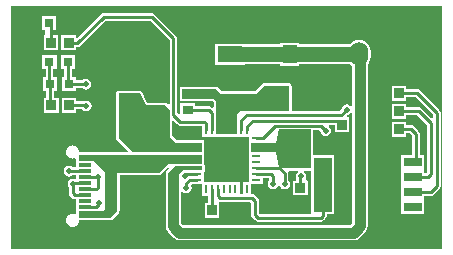
<source format=gtl>
G04*
G04 #@! TF.GenerationSoftware,Altium Limited,Altium Designer,20.2.6 (244)*
G04*
G04 Layer_Physical_Order=1*
G04 Layer_Color=255*
%FSLAX25Y25*%
%MOIN*%
G70*
G04*
G04 #@! TF.SameCoordinates,3D68E59D-D58F-4EE4-A00C-4EB088E58223*
G04*
G04*
G04 #@! TF.FilePolarity,Positive*
G04*
G01*
G75*
%ADD11C,0.01000*%
%ADD17R,0.04724X0.13780*%
%ADD18R,0.05000X0.06000*%
%ADD19R,0.03543X0.03150*%
%ADD20R,0.08346X0.05512*%
%ADD21R,0.03150X0.03150*%
%ADD22R,0.07874X0.06272*%
%ADD23R,0.05906X0.03000*%
%ADD24R,0.03150X0.03543*%
%ADD45R,0.03175X0.03402*%
%ADD46R,0.03402X0.03175*%
%ADD47R,0.04331X0.02165*%
%ADD48R,0.04331X0.01181*%
%ADD49R,0.03150X0.01102*%
%ADD50R,0.01102X0.03150*%
%ADD51R,0.13386X0.13386*%
%ADD52C,0.03500*%
%ADD53C,0.05000*%
%ADD54R,0.05953X0.17957*%
%ADD55R,0.13386X0.13386*%
%ADD56O,0.07874X0.04331*%
%ADD57O,0.07087X0.04724*%
%ADD58R,0.06000X0.08000*%
%ADD59O,0.06000X0.08000*%
%ADD60C,0.02000*%
%ADD61C,0.03000*%
G36*
X307442Y296058D02*
X163558D01*
X163558Y376942D01*
X307442D01*
Y296058D01*
D02*
G37*
%LPC*%
G36*
X178685Y373823D02*
X173960D01*
Y369099D01*
X175010D01*
Y367223D01*
X174494D01*
Y362247D01*
X179244D01*
Y367223D01*
X177635D01*
Y369099D01*
X178685D01*
Y373823D01*
D02*
G37*
G36*
X185097Y360634D02*
X180372D01*
Y355909D01*
X181422D01*
Y353334D01*
X180508D01*
Y348610D01*
X185232D01*
Y349659D01*
X187289D01*
X187803Y349316D01*
X188500Y349178D01*
X189197Y349316D01*
X189789Y349711D01*
X190184Y350303D01*
X190322Y351000D01*
X190184Y351697D01*
X189789Y352289D01*
X189197Y352684D01*
X188500Y352822D01*
X187803Y352684D01*
X187211Y352289D01*
X187208Y352285D01*
X185232D01*
Y353334D01*
X184047D01*
Y355909D01*
X185097D01*
Y360634D01*
D02*
G37*
G36*
X210500Y374813D02*
X194500D01*
X193998Y374713D01*
X193572Y374428D01*
X185676Y366532D01*
X185176Y366740D01*
Y367223D01*
X180426D01*
Y362247D01*
X185176D01*
Y363422D01*
X185735D01*
X186237Y363522D01*
X186663Y363807D01*
X195044Y372187D01*
X209956D01*
X216475Y365669D01*
Y344306D01*
X216013Y344115D01*
X215556Y344569D01*
X215428Y344654D01*
X215297Y344742D01*
X215296Y344742D01*
X215295Y344742D01*
X215143Y344772D01*
X214990Y344803D01*
X208996D01*
X207218Y348359D01*
X207139Y348461D01*
X207068Y348568D01*
X207044Y348584D01*
X207026Y348606D01*
X206914Y348670D01*
X206807Y348742D01*
X206779Y348747D01*
X206754Y348762D01*
X206626Y348778D01*
X206500Y348803D01*
X199500D01*
X199193Y348742D01*
X199079Y348666D01*
X198850D01*
Y348445D01*
X198758Y348307D01*
X198697Y348000D01*
Y333000D01*
X198758Y332693D01*
X198932Y332432D01*
X202600Y328765D01*
X202409Y328303D01*
X191303D01*
Y328319D01*
X186623D01*
X186293Y328648D01*
X186263Y328801D01*
X186234Y328952D01*
X186029Y329453D01*
X185943Y329583D01*
X185858Y329712D01*
X185479Y330099D01*
X185352Y330185D01*
X185223Y330274D01*
X184726Y330488D01*
X184574Y330520D01*
X184423Y330553D01*
X184152Y330558D01*
X184138Y330555D01*
X184123Y330558D01*
X183852Y330553D01*
X183702Y330520D01*
X183549Y330488D01*
X183052Y330274D01*
X182924Y330186D01*
X182796Y330099D01*
X182417Y329712D01*
X182332Y329583D01*
X182246Y329453D01*
X182041Y328952D01*
X182012Y328799D01*
X181982Y328648D01*
X181982Y328106D01*
X182012Y327953D01*
X182041Y327803D01*
X182246Y327301D01*
X182332Y327172D01*
X182417Y327043D01*
X182796Y326656D01*
X182923Y326569D01*
X183052Y326481D01*
X183549Y326267D01*
X183702Y326235D01*
X183852Y326202D01*
X184123Y326197D01*
X184130Y326198D01*
X184137Y326197D01*
X184145Y326198D01*
X184152Y326197D01*
X184423Y326202D01*
X184573Y326235D01*
X184725Y326267D01*
X184882Y326334D01*
X185382Y326005D01*
Y325267D01*
X185398Y325190D01*
Y323273D01*
X184299D01*
X184289Y323289D01*
X183697Y323684D01*
X183000Y323822D01*
X182303Y323684D01*
X181711Y323289D01*
X181316Y322697D01*
X181178Y322000D01*
X181316Y321303D01*
X181711Y320711D01*
X182303Y320316D01*
X183000Y320178D01*
X183697Y320316D01*
X184193Y320648D01*
X185398D01*
Y319633D01*
X185258Y319523D01*
X184898Y319333D01*
X184293Y319453D01*
X183596Y319314D01*
X183004Y318919D01*
X182609Y318328D01*
X182471Y317630D01*
X182609Y316933D01*
X182980Y316378D01*
Y314663D01*
X183080Y314160D01*
X183365Y313734D01*
X183950Y313149D01*
X184376Y312864D01*
X184879Y312764D01*
X185398D01*
Y308809D01*
X185382Y308732D01*
Y307993D01*
X184882Y307664D01*
X184726Y307732D01*
X184574Y307764D01*
X184423Y307797D01*
X184152Y307802D01*
X184138Y307799D01*
X184123Y307802D01*
X183852Y307797D01*
X183702Y307764D01*
X183549Y307732D01*
X183052Y307518D01*
X182924Y307430D01*
X182796Y307343D01*
X182417Y306956D01*
X182332Y306826D01*
X182246Y306698D01*
X182041Y306196D01*
X182012Y306043D01*
X181982Y305892D01*
X181982Y305350D01*
X182012Y305197D01*
X182041Y305047D01*
X182246Y304545D01*
X182332Y304416D01*
X182417Y304287D01*
X182796Y303900D01*
X182923Y303813D01*
X183052Y303725D01*
X183549Y303511D01*
X183702Y303479D01*
X183852Y303446D01*
X184123Y303441D01*
X184130Y303442D01*
X184137Y303441D01*
X184145Y303442D01*
X184152Y303441D01*
X184423Y303446D01*
X184573Y303479D01*
X184725Y303511D01*
X185223Y303725D01*
X185351Y303813D01*
X185479Y303900D01*
X185858Y304286D01*
X185943Y304416D01*
X186029Y304545D01*
X186234Y305047D01*
X186263Y305199D01*
X186293Y305350D01*
Y305567D01*
X196869Y305567D01*
X196890Y305571D01*
X196911Y305568D01*
X197043Y305601D01*
X197177Y305628D01*
X197194Y305639D01*
X197214Y305644D01*
X197324Y305726D01*
X197437Y305802D01*
X197449Y305819D01*
X197466Y305832D01*
X199596Y308194D01*
X199666Y308311D01*
X199742Y308424D01*
X199746Y308445D01*
X199757Y308463D01*
X199776Y308598D01*
X199803Y308732D01*
Y320697D01*
X213000Y320697D01*
X213307Y320758D01*
X213568Y320932D01*
X216003Y323368D01*
X216022Y323364D01*
X216187Y322822D01*
X215432Y322068D01*
X215258Y321807D01*
X215197Y321500D01*
X215197Y311245D01*
X215144Y310978D01*
Y303550D01*
X215341Y302560D01*
X215902Y301721D01*
X217952Y299671D01*
X218792Y299110D01*
X219782Y298913D01*
X277950D01*
X278940Y299110D01*
X279779Y299671D01*
X281829Y301721D01*
X282390Y302560D01*
X282587Y303550D01*
Y337500D01*
Y340500D01*
Y357597D01*
X282966Y358090D01*
X283347Y359011D01*
X283477Y360000D01*
Y362000D01*
X283347Y362989D01*
X282966Y363910D01*
X282359Y364701D01*
X281567Y365308D01*
X280646Y365690D01*
X279657Y365820D01*
X278669Y365690D01*
X277747Y365308D01*
X276956Y364701D01*
X276660Y364316D01*
X259787D01*
Y364771D01*
X253213D01*
Y364300D01*
X241461D01*
Y364527D01*
X231539D01*
Y357441D01*
X241461D01*
Y357668D01*
X253213D01*
Y357197D01*
X259787D01*
Y357684D01*
X276660D01*
X276956Y357299D01*
X277413Y356948D01*
Y343754D01*
X276913Y343603D01*
X276789Y343789D01*
X276197Y344184D01*
X275500Y344322D01*
X274803Y344184D01*
X274211Y343789D01*
X273816Y343197D01*
X273686Y342542D01*
X273169Y342025D01*
X257158D01*
Y350500D01*
X257097Y350807D01*
X256923Y351068D01*
X256662Y351242D01*
X256355Y351303D01*
X248065D01*
X247919Y351274D01*
X247773Y351248D01*
X247766Y351243D01*
X247757Y351242D01*
X247634Y351159D01*
X247509Y351080D01*
X244940Y348617D01*
X243304Y348617D01*
X243273Y348623D01*
X233739Y348623D01*
X232461Y349901D01*
X232461Y349901D01*
X232201Y350075D01*
X231894Y350136D01*
X220680Y350136D01*
X220589Y350118D01*
X219941D01*
Y349645D01*
X219938Y349641D01*
X219877Y349333D01*
Y346185D01*
X219938Y345878D01*
X219941Y345873D01*
Y345394D01*
X220622D01*
X220680Y345382D01*
X230982Y345382D01*
X231185Y345180D01*
X231185Y343325D01*
X230723Y343133D01*
X230684Y343172D01*
X230258Y343457D01*
X229756Y343557D01*
X225059D01*
Y344606D01*
X219941D01*
Y341069D01*
X219479Y340878D01*
X219100Y341256D01*
Y366213D01*
X219000Y366715D01*
X218716Y367141D01*
X211428Y374428D01*
X211002Y374713D01*
X210500Y374813D01*
D02*
G37*
G36*
X185432Y346423D02*
X180682D01*
Y341447D01*
X185432D01*
Y342622D01*
X187282D01*
X187420Y342416D01*
X188011Y342021D01*
X188708Y341882D01*
X189406Y342021D01*
X189997Y342416D01*
X190392Y343007D01*
X190531Y343705D01*
X190392Y344402D01*
X189997Y344993D01*
X189406Y345388D01*
X188708Y345527D01*
X188011Y345388D01*
X187800Y345248D01*
X185432D01*
Y346423D01*
D02*
G37*
G36*
X178800Y360607D02*
X174076D01*
Y355882D01*
X175126D01*
Y353307D01*
X174212D01*
Y348583D01*
X175261D01*
Y346423D01*
X174750D01*
Y341447D01*
X179500D01*
Y346423D01*
X177887D01*
Y348583D01*
X178936D01*
Y353307D01*
X177751D01*
Y355882D01*
X178800D01*
Y360607D01*
D02*
G37*
G36*
X295341Y350488D02*
X290591D01*
Y345512D01*
X295341D01*
Y346687D01*
X298456D01*
X304187Y340956D01*
Y339822D01*
X303725Y339631D01*
X300428Y342928D01*
X300002Y343213D01*
X299500Y343313D01*
X295341D01*
Y344488D01*
X290591D01*
Y339512D01*
X295341D01*
Y340687D01*
X298956D01*
X302187Y337456D01*
Y321544D01*
X301956Y321313D01*
X301240D01*
Y322213D01*
X301240Y322287D01*
Y322713D01*
X301240Y322787D01*
Y327287D01*
X299813D01*
Y334500D01*
X299713Y335002D01*
X299428Y335428D01*
X297928Y336928D01*
X297502Y337213D01*
X297000Y337313D01*
X295341D01*
Y338488D01*
X290591D01*
Y333512D01*
X295341D01*
Y334687D01*
X296456D01*
X297187Y333956D01*
Y327287D01*
X293760D01*
Y322787D01*
X293760Y322713D01*
Y322287D01*
X293760Y322213D01*
Y317713D01*
X293760D01*
Y317287D01*
X293760D01*
Y312787D01*
X293760Y312713D01*
Y312287D01*
X293760Y312213D01*
Y307713D01*
X301240D01*
Y312213D01*
X301240Y312287D01*
Y312713D01*
X301240Y312787D01*
Y313687D01*
X303500D01*
X304002Y313787D01*
X304428Y314072D01*
X306428Y316072D01*
X306713Y316498D01*
X306813Y317000D01*
Y341500D01*
X306713Y342002D01*
X306428Y342428D01*
X299928Y348928D01*
X299502Y349213D01*
X299000Y349313D01*
X295341D01*
Y350488D01*
D02*
G37*
%LPD*%
G36*
X256355Y342000D02*
X242520D01*
Y342000D01*
X239845Y342000D01*
X238996Y340996D01*
X238996Y334267D01*
X231988Y334267D01*
X231988Y345512D01*
X231315Y346185D01*
X220680Y346185D01*
Y349333D01*
X231894Y349333D01*
X233407Y347820D01*
X243273Y347820D01*
Y347814D01*
X245263Y347814D01*
X248065Y350500D01*
X256355D01*
Y342000D01*
D02*
G37*
G36*
X277413Y341246D02*
Y337500D01*
Y304622D01*
X276878Y304087D01*
X220853D01*
X220318Y304622D01*
Y310978D01*
X220303Y311057D01*
X220303Y314929D01*
X220470Y315044D01*
X220803Y315150D01*
X221303Y314816D01*
X222000Y314678D01*
X222697Y314816D01*
X223289Y315211D01*
X223684Y315803D01*
X223822Y316500D01*
X223684Y317197D01*
X223618Y317295D01*
X223898Y317777D01*
X227271D01*
Y313796D01*
X229266D01*
Y311488D01*
X228159D01*
Y306512D01*
X232909D01*
Y311222D01*
X233075Y311567D01*
X233327Y311687D01*
X243421D01*
X243687Y311420D01*
Y307500D01*
X243787Y306998D01*
X244072Y306572D01*
X245072Y305572D01*
X245498Y305287D01*
X246000Y305187D01*
X266914D01*
X267417Y305287D01*
X267842Y305572D01*
X268428Y306158D01*
X268713Y306583D01*
X268813Y307086D01*
Y307713D01*
X271240D01*
Y308465D01*
X271256Y308543D01*
Y326500D01*
X271240Y326578D01*
Y327287D01*
X270530D01*
X270453Y327303D01*
X264500D01*
X264303Y327763D01*
Y335687D01*
X266456D01*
X266686Y335458D01*
X266816Y334803D01*
X267211Y334211D01*
X267803Y333816D01*
X268500Y333678D01*
X269197Y333816D01*
X269789Y334211D01*
X270184Y334803D01*
X270322Y335500D01*
X270184Y336197D01*
X269789Y336789D01*
X269510Y336975D01*
X269662Y337475D01*
X271659D01*
Y335012D01*
X276409D01*
Y339988D01*
X275821D01*
X275548Y340488D01*
X275694Y340716D01*
X276197Y340816D01*
X276789Y341211D01*
X276913Y341397D01*
X277413Y341246D01*
D02*
G37*
G36*
X208500Y344000D02*
X214990D01*
X216500Y342497D01*
Y333500D01*
X218500Y331500D01*
X224061D01*
X224187Y331374D01*
X227232D01*
Y328500D01*
X227140Y328408D01*
X204092D01*
X199500Y333000D01*
Y348000D01*
X206500D01*
X208500Y344000D01*
D02*
G37*
G36*
X263500Y323000D02*
X253111D01*
X251863Y328396D01*
X243767Y328396D01*
Y331467D01*
X251936D01*
X253111Y336000D01*
X263500D01*
Y323000D01*
D02*
G37*
G36*
X227235Y324500D02*
X216000Y324500D01*
X213000Y321500D01*
X199000Y321500D01*
Y308732D01*
X196869Y306369D01*
X186185Y306369D01*
Y308732D01*
X194393D01*
X195000Y309427D01*
X195000Y321500D01*
X191233Y325267D01*
X190516Y325267D01*
X186185Y325267D01*
X186185Y327500D01*
X227223D01*
X227235Y324500D01*
D02*
G37*
G36*
X219072Y337572D02*
X219498Y337287D01*
X220000Y337187D01*
X227238D01*
Y335893D01*
X227263Y335766D01*
Y333480D01*
X231910D01*
X231988Y333464D01*
X238996Y333464D01*
X239074Y333480D01*
X242980D01*
Y331545D01*
X242964Y331467D01*
Y328396D01*
X242980Y328318D01*
Y325640D01*
Y321703D01*
Y318520D01*
X241051D01*
Y314313D01*
X239792D01*
Y318520D01*
X228020D01*
Y321821D01*
X228151Y322018D01*
X228212Y322325D01*
X228212Y323792D01*
X228151Y324099D01*
X228020Y324295D01*
Y324413D01*
X228038Y324500D01*
X228037Y324502D01*
X228038Y324503D01*
X228026Y327503D01*
X228020Y327530D01*
Y328425D01*
X228035Y328500D01*
Y331374D01*
X228020Y331450D01*
Y332266D01*
X224249D01*
X224061Y332303D01*
X218832D01*
X217303Y333833D01*
Y338688D01*
X217765Y338879D01*
X219072Y337572D01*
D02*
G37*
G36*
X263697Y322035D02*
Y308543D01*
X263743Y308313D01*
X263517Y307813D01*
X246544D01*
X246313Y308044D01*
Y311964D01*
X246213Y312467D01*
X245928Y312892D01*
X244892Y313928D01*
X244466Y314213D01*
X243964Y314313D01*
X243729D01*
Y317771D01*
X247704D01*
Y319760D01*
X249687D01*
Y318981D01*
X249306Y318410D01*
X249167Y317713D01*
X249306Y317015D01*
X249701Y316424D01*
X250292Y316029D01*
X250989Y315890D01*
X251687Y316029D01*
X252278Y316424D01*
X252620Y316936D01*
X252894Y316980D01*
X253167Y316936D01*
X253509Y316424D01*
X254101Y316029D01*
X254798Y315890D01*
X255496Y316029D01*
X256087Y316424D01*
X256482Y317015D01*
X256621Y317713D01*
X256482Y318410D01*
X256111Y318965D01*
Y321202D01*
X256011Y321704D01*
X256283Y322197D01*
X259154D01*
X259306Y321697D01*
X259004Y321496D01*
X258609Y320904D01*
X258471Y320207D01*
X258609Y319510D01*
X258687Y319393D01*
Y318841D01*
X257512D01*
Y314091D01*
X262488D01*
Y318841D01*
X262131D01*
X261864Y319341D01*
X261977Y319510D01*
X262115Y320207D01*
X261977Y320904D01*
X261582Y321496D01*
X261280Y321697D01*
X261432Y322197D01*
X263500D01*
X263697Y322035D01*
D02*
G37*
G36*
X227410Y322325D02*
X220825Y322325D01*
X219500Y321000D01*
X219500Y309072D01*
X216000Y309072D01*
X216000Y321500D01*
X218292Y323792D01*
X227410D01*
X227410Y322325D01*
D02*
G37*
D11*
X176869Y364735D02*
Y370915D01*
X176323Y371461D02*
X176869Y370915D01*
X183057Y343935D02*
X188478D01*
X182870Y350972D02*
X187972D01*
X176323Y365282D02*
X176869Y364735D01*
X210500Y373500D02*
X217787Y366213D01*
Y340713D02*
Y366213D01*
X194500Y373500D02*
X210500D01*
X185735Y364735D02*
X194500Y373500D01*
X182801Y364735D02*
X185735D01*
X267000Y337000D02*
X268500Y335500D01*
X251776Y337000D02*
X267000D01*
X245393Y332935D02*
X247712D01*
X251776Y337000D01*
X245342Y332884D02*
X245393Y332935D01*
X242433Y336917D02*
X244304Y338787D01*
X273713Y340713D02*
X275500Y342500D01*
X242209Y340713D02*
X273713D01*
X242382Y335842D02*
X242433Y335893D01*
Y336917D01*
X244304Y338787D02*
X272860D01*
X274034Y337613D01*
X240413Y338917D02*
X242209Y340713D01*
X274034Y337500D02*
Y337613D01*
X176574Y344486D02*
Y350945D01*
Y344486D02*
X177125Y343935D01*
X176438Y351081D02*
Y358244D01*
Y351081D02*
X176574Y350945D01*
X182734Y351108D02*
Y358272D01*
Y351108D02*
X182870Y350972D01*
X266914Y306500D02*
X267500Y307086D01*
X299000Y348000D02*
X305500Y341500D01*
Y317000D02*
Y341500D01*
X303500Y315000D02*
X305500Y317000D01*
X299500Y342000D02*
X303500Y338000D01*
Y321000D02*
Y338000D01*
X302500Y320000D02*
X303500Y321000D01*
X297000Y336000D02*
X298500Y334500D01*
X292966Y336000D02*
X297000D01*
X298500Y325000D02*
Y334500D01*
X292966Y348000D02*
X299000D01*
X297500Y315000D02*
X303500D01*
X292966Y342000D02*
X299500D01*
X297500Y320000D02*
X302500D01*
X260293Y320207D02*
X260586Y320500D01*
X260000Y319914D02*
X260293Y320207D01*
X260000Y316466D02*
Y319914D01*
X245000Y307500D02*
Y311964D01*
X233133Y313000D02*
X243964D01*
X245000Y311964D01*
Y307500D02*
X246000Y306500D01*
X266914D01*
X232547Y313586D02*
Y316158D01*
Y313586D02*
X233133Y313000D01*
X267500Y307086D02*
Y310000D01*
X240413Y335842D02*
Y338917D01*
X230579Y309045D02*
Y316158D01*
X230534Y309000D02*
X230579Y309045D01*
X188311Y321960D02*
X188350Y321920D01*
X183040Y321960D02*
X188311D01*
X183000Y322000D02*
X183040Y321960D01*
X188350Y321920D02*
X188442Y322011D01*
X191914Y310019D02*
X192809Y310913D01*
Y311309D01*
X193000Y311500D01*
X192260Y319607D02*
X192546D01*
X192443Y320013D02*
X192582Y319874D01*
X192546Y319607D02*
X192741Y319412D01*
Y316692D02*
Y319412D01*
X188411Y320013D02*
X192443D01*
X188350Y319953D02*
X188411Y320013D01*
X188441Y316106D02*
X192155D01*
X192741Y316692D01*
X253000Y323000D02*
X254798Y321202D01*
X245342Y323042D02*
X245384Y323000D01*
X253000D01*
X254798Y317713D02*
Y321202D01*
X250989Y317713D02*
X251000Y317723D01*
X250414Y321073D02*
X251000Y320487D01*
X245342Y321073D02*
X250414D01*
X251000Y317723D02*
Y320487D01*
X184293Y314663D02*
Y317630D01*
X184879Y314077D02*
X188149D01*
X184293Y314663D02*
X184879Y314077D01*
X184293Y317630D02*
X184586Y317923D01*
X217787Y340713D02*
X220000Y338500D01*
X227965D01*
X228551Y335893D02*
X228602Y335842D01*
X227965Y338500D02*
X228551Y337914D01*
Y335893D02*
Y337914D01*
X221550Y320475D02*
X222160Y321085D01*
X225658D01*
X222000Y316500D02*
X222028Y316528D01*
Y318000D01*
X223144Y319116D02*
X225658D01*
X222028Y318000D02*
X223144Y319116D01*
X184586Y317923D02*
X188059D01*
X188149Y318014D01*
X188350Y316016D02*
X188441Y316106D01*
X188350Y310109D02*
X188441Y310019D01*
X191914D01*
X222500Y342244D02*
X229756D01*
X230571Y341429D01*
Y335842D02*
Y341429D01*
X214000Y332000D02*
X214582D01*
X236835Y346681D02*
X238500Y345016D01*
D17*
X202000Y340988D02*
D03*
Y362012D02*
D03*
D18*
X207000Y324500D02*
D03*
Y315500D02*
D03*
X256500Y369984D02*
D03*
Y360984D02*
D03*
D19*
X222500Y342244D02*
D03*
Y347756D02*
D03*
D20*
X236500Y345016D02*
D03*
Y360984D02*
D03*
D21*
X182619Y371488D02*
D03*
X176323Y371461D02*
D03*
X176439Y358244D02*
D03*
X182735Y358271D02*
D03*
X182869Y350972D02*
D03*
X176573Y350945D02*
D03*
D22*
X268768Y347000D02*
D03*
X252232D02*
D03*
D23*
X297500Y315000D02*
D03*
X267500D02*
D03*
Y320000D02*
D03*
X297500D02*
D03*
Y325000D02*
D03*
X267500D02*
D03*
Y310000D02*
D03*
X297500D02*
D03*
D24*
X223256Y311000D02*
D03*
X217744D02*
D03*
D45*
X287034Y342000D02*
D03*
X292966D02*
D03*
X236466Y309000D02*
D03*
X230534D02*
D03*
X287034Y336000D02*
D03*
X292966D02*
D03*
X287034Y348000D02*
D03*
X292966D02*
D03*
X177125Y343935D02*
D03*
X183057D02*
D03*
X176869Y364735D02*
D03*
X182801D02*
D03*
X274034Y337500D02*
D03*
X279966D02*
D03*
D46*
X260000Y316466D02*
D03*
Y310534D02*
D03*
D47*
X188350Y329598D02*
D03*
Y326448D02*
D03*
Y307551D02*
D03*
Y304401D02*
D03*
D48*
Y323889D02*
D03*
Y321920D02*
D03*
Y319953D02*
D03*
Y317985D02*
D03*
Y316016D02*
D03*
Y314048D02*
D03*
Y312078D02*
D03*
Y310109D02*
D03*
D49*
X245342Y319110D02*
D03*
Y321073D02*
D03*
Y323042D02*
D03*
Y325010D02*
D03*
Y326979D02*
D03*
Y328947D02*
D03*
Y330916D02*
D03*
Y332884D02*
D03*
X225658Y332896D02*
D03*
Y330927D02*
D03*
Y328959D02*
D03*
Y326990D02*
D03*
Y325022D02*
D03*
Y323053D02*
D03*
Y321085D02*
D03*
Y319116D02*
D03*
D50*
X242382Y335842D02*
D03*
X240413D02*
D03*
X238445D02*
D03*
X236476D02*
D03*
X234508D02*
D03*
X232539D02*
D03*
X230571D02*
D03*
X228602D02*
D03*
X228610Y316158D02*
D03*
X230579D02*
D03*
X232547D02*
D03*
X234516D02*
D03*
X236484D02*
D03*
X238453D02*
D03*
X240421D02*
D03*
X242390D02*
D03*
D51*
X235500Y326000D02*
D03*
D52*
X280000Y303550D02*
Y337500D01*
X217731Y303550D02*
Y310978D01*
X219782Y301500D02*
X277950D01*
X280000Y303550D01*
X217731D02*
X219782Y301500D01*
X280000Y337500D02*
Y340500D01*
Y361000D01*
D53*
X256500D02*
X280000D01*
X237000Y360984D02*
X256500D01*
Y361000D01*
D54*
X267476Y317522D02*
D03*
D55*
X235500Y326000D02*
D03*
D56*
X186186Y334028D02*
D03*
Y299973D02*
D03*
D57*
X169650Y334028D02*
D03*
Y299973D02*
D03*
D58*
X289500Y361000D02*
D03*
D59*
X279657D02*
D03*
D60*
X203500Y301000D02*
D03*
X167000Y346500D02*
D03*
Y357500D02*
D03*
Y369000D02*
D03*
X171500Y308500D02*
D03*
Y317500D02*
D03*
Y326000D02*
D03*
X301500Y357500D02*
D03*
Y367000D02*
D03*
X236500Y371500D02*
D03*
X225000D02*
D03*
X188708Y343705D02*
D03*
X188500Y351000D02*
D03*
X268500Y335500D02*
D03*
X260293Y320207D02*
D03*
X275500Y342500D02*
D03*
X193000Y311500D02*
D03*
X192582Y319874D02*
D03*
X254798Y317713D02*
D03*
X250989D02*
D03*
X222000Y316500D02*
D03*
X221550Y320475D02*
D03*
X184293Y317630D02*
D03*
X183000Y322000D02*
D03*
D61*
X223500Y306000D02*
D03*
X254000Y309500D02*
D03*
X241500Y308000D02*
D03*
X235500Y322000D02*
D03*
X231500D02*
D03*
X235500Y326000D02*
D03*
X231500D02*
D03*
X235500Y330000D02*
D03*
X231500D02*
D03*
X209500Y332000D02*
D03*
Y336500D02*
D03*
X214000Y332000D02*
D03*
X257000Y325000D02*
D03*
X261500Y334000D02*
D03*
Y325000D02*
D03*
X257000Y334000D02*
D03*
X261500Y329500D02*
D03*
X257000D02*
D03*
X214000Y336500D02*
D03*
X209500Y341000D02*
D03*
X214000D02*
D03*
M02*

</source>
